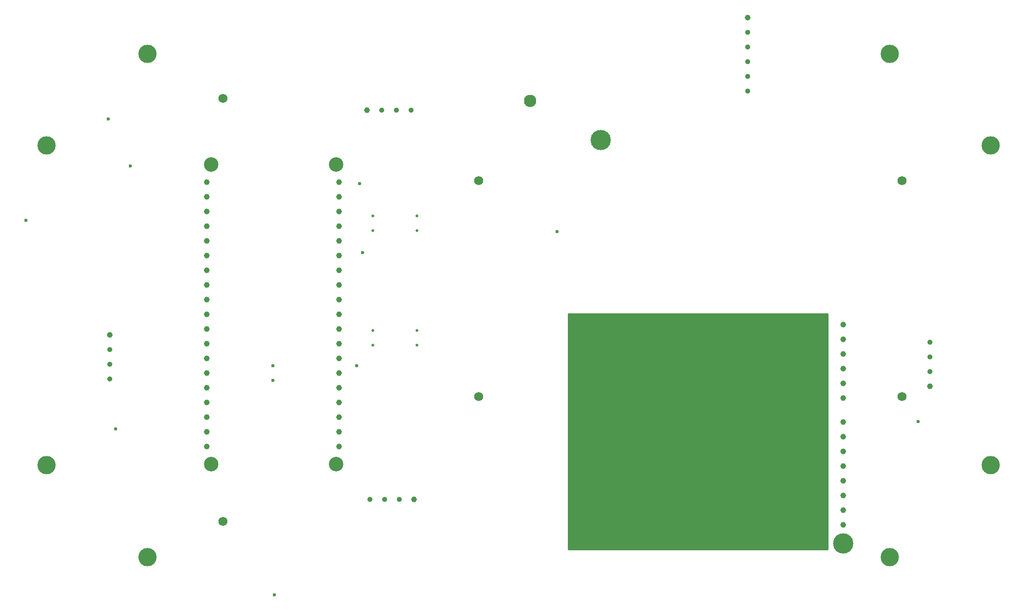
<source format=gbr>
G04 Generated by Ultiboard 14.2 *
%FSLAX24Y24*%
%MOIN*%

%ADD10C,0.0001*%
%ADD11C,0.0236*%
%ADD12R,1.7617X1.6042*%
%ADD13C,0.0100*%
%ADD14C,0.1250*%
%ADD15C,0.0620*%
%ADD16C,0.0197*%
%ADD17C,0.0350*%
%ADD18C,0.0392*%
%ADD19C,0.0394*%
%ADD20C,0.0984*%
%ADD21C,0.1378*%
%ADD22C,0.0839*%


G04 ColorRGB 000000 for the following layer *
%LNDrill-Copper Top-Copper Bottom*%
%LPD*%
G54D11*
X-33500Y5800D03*
X-26400Y9500D03*
X-27400Y-8400D03*
X-16600Y-19700D03*
X27200Y-7900D03*
X-10600Y3600D03*
X-10800Y8300D03*
X-11000Y-4100D03*
X-16700Y-4100D03*
X-16700Y-5100D03*
X2624Y5027D03*
X-27900Y12700D03*
G54D12*
X12200Y-8600D03*
G54D13*
X3392Y-16621D02*
X21008Y-16621D01*
X21008Y-579D01*
X3392Y-579D01*
X3392Y-16621D01*D02*
G54D14*
X-25240Y17140D03*
X25240Y17140D03*
X32110Y10890D03*
X32110Y-10890D03*
X-32110Y10890D03*
X-25240Y-17140D03*
X25240Y-17140D03*
X-32110Y-10890D03*
G54D15*
X-2700Y-6200D03*
X26100Y-6200D03*
X-20100Y-14700D03*
X-20100Y14100D03*
X26100Y8500D03*
X-2700Y8500D03*
G54D16*
X-6900Y5100D03*
X-6900Y6100D03*
X-9900Y5100D03*
X-9900Y6100D03*
X-9900Y-1700D03*
X-9900Y-2700D03*
X-6900Y-1700D03*
X-6900Y-2700D03*
G54D17*
X-27800Y-4000D03*
X-27800Y-3000D03*
X-27800Y-5000D03*
X-8300Y13300D03*
X-9300Y13300D03*
X-7300Y13300D03*
X-9096Y-13196D03*
X-8096Y-13196D03*
X-10096Y-13196D03*
X28000Y-3500D03*
X28000Y-4500D03*
X28000Y-2500D03*
X15600Y18600D03*
X15600Y17600D03*
X15600Y15600D03*
X15600Y16600D03*
X15600Y14600D03*
G54D18*
X-27800Y-2000D03*
X-10300Y13300D03*
X-7096Y-13196D03*
X28000Y-5500D03*
X15600Y19600D03*
G54D19*
X-12200Y-9600D03*
X-12200Y-8600D03*
X-12200Y-7600D03*
X-12200Y-6600D03*
X-12200Y-5600D03*
X-12200Y-4600D03*
X-12200Y-3600D03*
X-12200Y-2600D03*
X-12200Y-1600D03*
X-12200Y-600D03*
X-12200Y400D03*
X-12200Y1400D03*
X-12200Y2400D03*
X-12200Y3400D03*
X-12200Y4400D03*
X-12200Y5400D03*
X-12200Y6400D03*
X-12200Y7400D03*
X-12200Y8400D03*
X-21200Y-9600D03*
X-21200Y-8600D03*
X-21200Y-7600D03*
X-21200Y-6600D03*
X-21200Y-5600D03*
X-21200Y-4600D03*
X-21200Y-3600D03*
X-21200Y-2600D03*
X-21200Y-1600D03*
X-21200Y-600D03*
X-21200Y400D03*
X-21200Y1400D03*
X-21200Y2400D03*
X-21200Y3400D03*
X-21200Y4400D03*
X-21200Y5400D03*
X-21200Y6400D03*
X-21200Y7400D03*
X-21200Y8400D03*
X22100Y-7955D03*
X22100Y-8955D03*
X22100Y-9955D03*
X22100Y-10955D03*
X22100Y-11955D03*
X22100Y-12955D03*
X22100Y-13955D03*
X22100Y-14955D03*
X22092Y-6314D03*
X22092Y-5314D03*
X22092Y-4314D03*
X22092Y-3314D03*
X22092Y-2314D03*
X22092Y-1314D03*
G54D20*
X-12400Y-10800D03*
X-20900Y-10800D03*
X-20900Y9600D03*
X-12400Y9600D03*
G54D21*
X5596Y11265D03*
X22092Y-16195D03*
G54D22*
X773Y13929D03*

M02*

</source>
